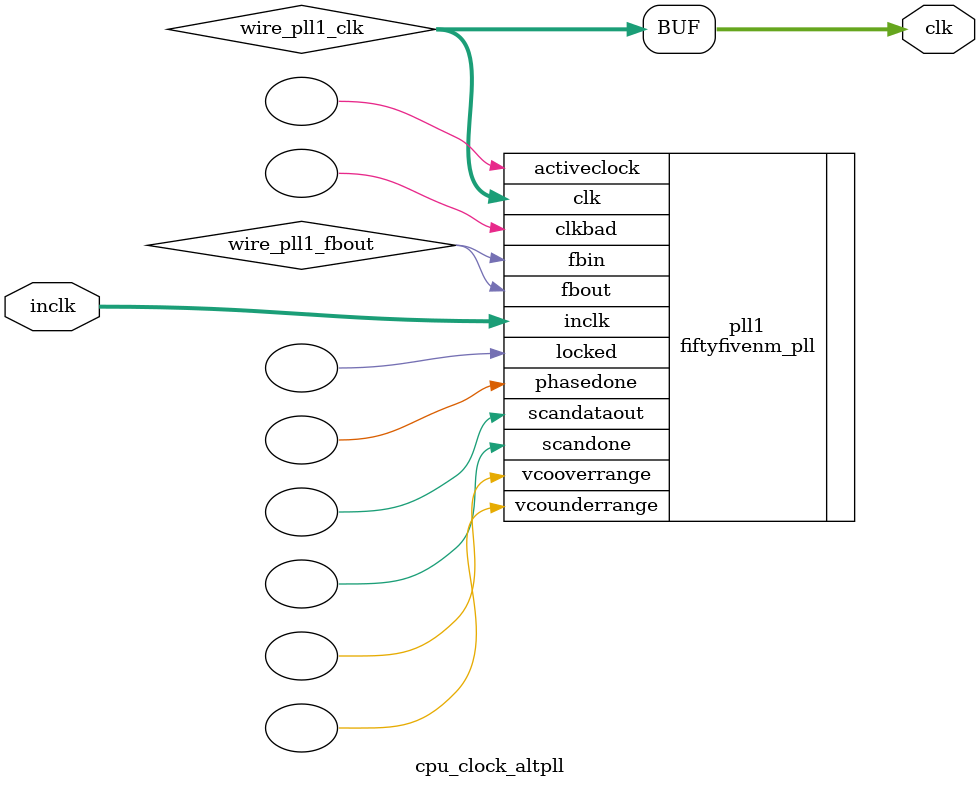
<source format=v>






//synthesis_resources = fiftyfivenm_pll 1 
//synopsys translate_off
`timescale 1 ps / 1 ps
//synopsys translate_on
module  cpu_clock_altpll
	( 
	clk,
	inclk) /* synthesis synthesis_clearbox=1 */;
	output   [4:0]  clk;
	input   [1:0]  inclk;
`ifndef ALTERA_RESERVED_QIS
// synopsys translate_off
`endif
	tri0   [1:0]  inclk;
`ifndef ALTERA_RESERVED_QIS
// synopsys translate_on
`endif

	wire  [4:0]   wire_pll1_clk;
	wire  wire_pll1_fbout;

	fiftyfivenm_pll   pll1
	( 
	.activeclock(),
	.clk(wire_pll1_clk),
	.clkbad(),
	.fbin(wire_pll1_fbout),
	.fbout(wire_pll1_fbout),
	.inclk(inclk),
	.locked(),
	.phasedone(),
	.scandataout(),
	.scandone(),
	.vcooverrange(),
	.vcounderrange()
	`ifndef FORMAL_VERIFICATION
	// synopsys translate_off
	`endif
	,
	.areset(1'b0),
	.clkswitch(1'b0),
	.configupdate(1'b0),
	.pfdena(1'b1),
	.phasecounterselect({3{1'b0}}),
	.phasestep(1'b0),
	.phaseupdown(1'b0),
	.scanclk(1'b0),
	.scanclkena(1'b1),
	.scandata(1'b0)
	`ifndef FORMAL_VERIFICATION
	// synopsys translate_on
	`endif
	);
	defparam
		pll1.bandwidth_type = "auto",
		pll1.clk0_divide_by = 5,
		pll1.clk0_duty_cycle = 50,
		pll1.clk0_multiply_by = 2,
		pll1.clk0_phase_shift = "0",
		pll1.compensate_clock = "clk0",
		pll1.inclk0_input_frequency = 20000,
		pll1.operation_mode = "normal",
		pll1.pll_type = "auto",
		pll1.lpm_type = "fiftyfivenm_pll";
	assign
		clk = {wire_pll1_clk[4:0]};
endmodule //cpu_clock_altpll
//VALID FILE

</source>
